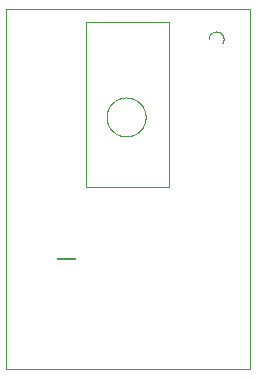
<source format=gbo>
G75*
%MOIN*%
%OFA0B0*%
%FSLAX25Y25*%
%IPPOS*%
%LPD*%
%AMOC8*
5,1,8,0,0,1.08239X$1,22.5*
%
%ADD10C,0.00000*%
%ADD11R,0.00100X0.00100*%
%ADD12R,0.10200X0.00100*%
%ADD13R,0.03500X0.00100*%
%ADD14R,0.02600X0.00100*%
%ADD15R,0.00300X0.00100*%
%ADD16R,0.10100X0.00100*%
%ADD17R,0.03400X0.00100*%
%ADD18R,0.10000X0.00100*%
%ADD19R,0.02500X0.00100*%
%ADD20R,0.00400X0.00100*%
%ADD21R,0.09900X0.00100*%
%ADD22R,0.09800X0.00100*%
%ADD23R,0.00600X0.00100*%
%ADD24R,0.09700X0.00100*%
%ADD25R,0.00800X0.00100*%
%ADD26R,0.09500X0.00100*%
%ADD27R,0.00900X0.00100*%
%ADD28R,0.00500X0.00100*%
%ADD29R,0.00700X0.00100*%
%ADD30R,0.01100X0.00100*%
%ADD31R,0.00200X0.00100*%
%ADD32R,0.01300X0.00100*%
%ADD33R,0.01500X0.00100*%
%ADD34R,0.01000X0.00100*%
%ADD35R,0.01600X0.00100*%
%ADD36R,0.01200X0.00100*%
%ADD37R,0.01400X0.00100*%
%ADD38R,0.01800X0.00100*%
%ADD39R,0.01700X0.00100*%
%ADD40R,0.02000X0.00100*%
%ADD41R,0.02100X0.00100*%
%ADD42R,0.02300X0.00100*%
%ADD43R,0.02400X0.00100*%
%ADD44R,0.02200X0.00100*%
%ADD45R,0.01900X0.00100*%
%ADD46R,0.05300X0.00100*%
%ADD47R,0.02800X0.00100*%
%ADD48R,0.05200X0.00100*%
%ADD49R,0.02900X0.00100*%
%ADD50R,0.05000X0.00100*%
%ADD51R,0.04800X0.00100*%
%ADD52R,0.04700X0.00100*%
%ADD53R,0.04000X0.00100*%
%ADD54R,0.04500X0.00100*%
%ADD55R,0.02700X0.00100*%
%ADD56R,0.04100X0.00100*%
%ADD57R,0.04300X0.00100*%
%ADD58R,0.03300X0.00100*%
%ADD59R,0.04200X0.00100*%
%ADD60R,0.03900X0.00100*%
%ADD61R,0.03800X0.00100*%
%ADD62R,0.03700X0.00100*%
%ADD63R,0.03600X0.00100*%
%ADD64R,0.03000X0.00100*%
%ADD65R,0.03100X0.00100*%
%ADD66R,0.03200X0.00100*%
%ADD67R,0.04400X0.00100*%
%ADD68R,0.04600X0.00100*%
%ADD69R,0.04900X0.00100*%
%ADD70R,0.05100X0.00100*%
%ADD71R,0.05400X0.00100*%
%ADD72R,0.05500X0.00100*%
%ADD73R,0.05600X0.00100*%
%ADD74R,0.05700X0.00100*%
%ADD75R,0.05800X0.00100*%
%ADD76R,0.05900X0.00100*%
%ADD77R,0.06000X0.00100*%
%ADD78R,0.06100X0.00100*%
%ADD79R,0.06200X0.00100*%
%ADD80R,0.06300X0.00100*%
%ADD81R,0.06400X0.00100*%
%ADD82R,0.06500X0.00100*%
%ADD83R,0.06600X0.00100*%
%ADD84R,0.06800X0.00100*%
%ADD85R,0.06900X0.00100*%
%ADD86R,0.07000X0.00100*%
%ADD87R,0.07100X0.00100*%
%ADD88R,0.07200X0.00100*%
%ADD89R,0.07300X0.00100*%
%ADD90R,0.07400X0.00100*%
%ADD91R,0.07500X0.00100*%
%ADD92R,0.07800X0.00100*%
%ADD93R,0.07900X0.00100*%
%ADD94R,0.08000X0.00100*%
%ADD95R,0.08100X0.00100*%
%ADD96R,0.08200X0.00100*%
%ADD97R,0.06700X0.00100*%
%ADD98R,0.08400X0.00100*%
%ADD99R,0.08500X0.00100*%
%ADD100R,0.07600X0.00100*%
%ADD101R,0.07700X0.00100*%
%ADD102R,0.09200X0.00100*%
%ADD103R,0.09400X0.00100*%
%ADD104R,0.09300X0.00100*%
%ADD105R,0.09600X0.00100*%
%ADD106C,0.00001*%
D10*
X0001800Y0001800D02*
X0001800Y0121761D01*
X0083001Y0121761D01*
X0083001Y0001800D01*
X0001800Y0001800D01*
X0018846Y0038533D02*
X0018846Y0038733D01*
X0018746Y0038733D01*
X0018712Y0038700D01*
X0018712Y0038633D01*
X0018746Y0038600D01*
X0018846Y0038600D01*
X0018896Y0038600D02*
X0018896Y0038700D01*
X0018930Y0038733D01*
X0018963Y0038700D01*
X0018963Y0038600D01*
X0019030Y0038600D02*
X0019030Y0038733D01*
X0018997Y0038733D01*
X0018963Y0038700D01*
X0019081Y0038700D02*
X0019114Y0038733D01*
X0019214Y0038733D01*
X0019214Y0038800D02*
X0019214Y0038600D01*
X0019114Y0038600D01*
X0019081Y0038633D01*
X0019081Y0038700D01*
X0019273Y0038633D02*
X0019273Y0038600D01*
X0019306Y0038600D01*
X0019306Y0038633D01*
X0019273Y0038633D01*
X0019357Y0038633D02*
X0019390Y0038600D01*
X0019490Y0038600D01*
X0019541Y0038600D02*
X0019541Y0038700D01*
X0019574Y0038733D01*
X0019608Y0038700D01*
X0019608Y0038600D01*
X0019674Y0038600D02*
X0019674Y0038733D01*
X0019641Y0038733D01*
X0019608Y0038700D01*
X0019725Y0038700D02*
X0019759Y0038733D01*
X0019859Y0038733D01*
X0019909Y0038700D02*
X0019943Y0038733D01*
X0020009Y0038733D01*
X0020043Y0038700D01*
X0020043Y0038633D01*
X0020009Y0038600D01*
X0019943Y0038600D01*
X0019909Y0038633D01*
X0019909Y0038700D01*
X0019859Y0038600D02*
X0019759Y0038600D01*
X0019725Y0038633D01*
X0019725Y0038700D01*
X0019859Y0038800D02*
X0019859Y0038600D01*
X0020093Y0038600D02*
X0020194Y0038600D01*
X0020227Y0038633D01*
X0020227Y0038700D01*
X0020194Y0038733D01*
X0020093Y0038733D01*
X0020093Y0038567D01*
X0020127Y0038533D01*
X0020160Y0038533D01*
X0020278Y0038633D02*
X0020278Y0038700D01*
X0020311Y0038733D01*
X0020378Y0038733D01*
X0020411Y0038700D01*
X0020411Y0038633D01*
X0020378Y0038600D01*
X0020311Y0038600D01*
X0020278Y0038633D01*
X0020467Y0038600D02*
X0020534Y0038600D01*
X0020500Y0038600D02*
X0020500Y0038800D01*
X0020534Y0038800D01*
X0020618Y0038733D02*
X0020718Y0038733D01*
X0020769Y0038733D02*
X0020869Y0038733D01*
X0020902Y0038700D01*
X0020902Y0038633D01*
X0020869Y0038600D01*
X0020769Y0038600D01*
X0020718Y0038600D02*
X0020618Y0038600D01*
X0020585Y0038633D01*
X0020585Y0038700D01*
X0020618Y0038733D01*
X0020718Y0038800D02*
X0020718Y0038600D01*
X0020953Y0038633D02*
X0020986Y0038600D01*
X0021086Y0038600D01*
X0021086Y0038533D02*
X0021086Y0038733D01*
X0020986Y0038733D01*
X0020953Y0038700D01*
X0020953Y0038633D01*
X0021137Y0038800D02*
X0021270Y0038600D01*
X0021321Y0038633D02*
X0021355Y0038600D01*
X0021455Y0038600D01*
X0021505Y0038633D02*
X0021505Y0038700D01*
X0021539Y0038733D01*
X0021605Y0038733D01*
X0021639Y0038700D01*
X0021639Y0038633D01*
X0021605Y0038600D01*
X0021539Y0038600D01*
X0021505Y0038633D01*
X0021455Y0038533D02*
X0021455Y0038733D01*
X0021355Y0038733D01*
X0021321Y0038700D01*
X0021321Y0038633D01*
X0021695Y0038600D02*
X0021728Y0038633D01*
X0021728Y0038767D01*
X0021761Y0038733D02*
X0021695Y0038733D01*
X0021815Y0038733D02*
X0021915Y0038667D01*
X0021815Y0038600D01*
X0021915Y0038600D02*
X0021915Y0038800D01*
X0021966Y0038733D02*
X0022066Y0038733D01*
X0022099Y0038700D01*
X0022066Y0038667D01*
X0021999Y0038667D01*
X0021966Y0038633D01*
X0021999Y0038600D01*
X0022099Y0038600D01*
X0022150Y0038667D02*
X0022283Y0038667D01*
X0022283Y0038700D02*
X0022250Y0038733D01*
X0022183Y0038733D01*
X0022150Y0038700D01*
X0022150Y0038667D01*
X0022183Y0038600D02*
X0022250Y0038600D01*
X0022283Y0038633D01*
X0022283Y0038700D01*
X0022334Y0038633D02*
X0022334Y0038767D01*
X0022367Y0038800D01*
X0022467Y0038800D01*
X0022467Y0038600D01*
X0022367Y0038600D01*
X0022334Y0038633D01*
X0022518Y0038800D02*
X0022652Y0038600D01*
X0022741Y0038600D02*
X0022741Y0038767D01*
X0022708Y0038800D01*
X0022708Y0038700D02*
X0022774Y0038700D01*
X0022830Y0038700D02*
X0022897Y0038700D01*
X0022948Y0038700D02*
X0022981Y0038733D01*
X0023048Y0038733D01*
X0023081Y0038700D01*
X0023081Y0038633D01*
X0023048Y0038600D01*
X0022981Y0038600D01*
X0022948Y0038633D01*
X0022948Y0038700D01*
X0022864Y0038767D02*
X0022830Y0038800D01*
X0022864Y0038767D02*
X0022864Y0038600D01*
X0023132Y0038633D02*
X0023165Y0038600D01*
X0023265Y0038600D01*
X0023265Y0038800D01*
X0023165Y0038800D01*
X0023132Y0038767D01*
X0023132Y0038733D01*
X0023165Y0038700D01*
X0023265Y0038700D01*
X0023165Y0038700D02*
X0023132Y0038667D01*
X0023132Y0038633D01*
X0023316Y0038800D02*
X0023450Y0038600D01*
X0023500Y0038633D02*
X0023534Y0038667D01*
X0023600Y0038667D01*
X0023634Y0038700D01*
X0023600Y0038733D01*
X0023500Y0038733D01*
X0023500Y0038633D02*
X0023534Y0038600D01*
X0023634Y0038600D01*
X0023687Y0038733D02*
X0023720Y0038733D01*
X0023787Y0038667D01*
X0023838Y0038667D02*
X0023971Y0038667D01*
X0023971Y0038700D02*
X0023938Y0038733D01*
X0023871Y0038733D01*
X0023838Y0038700D01*
X0023838Y0038667D01*
X0023871Y0038600D02*
X0023938Y0038600D01*
X0023971Y0038633D01*
X0023971Y0038700D01*
X0024022Y0038733D02*
X0024122Y0038733D01*
X0024155Y0038700D01*
X0024122Y0038667D01*
X0024055Y0038667D01*
X0024022Y0038633D01*
X0024055Y0038600D01*
X0024155Y0038600D01*
X0024206Y0038633D02*
X0024206Y0038800D01*
X0024340Y0038800D02*
X0024340Y0038633D01*
X0024306Y0038600D01*
X0024240Y0038600D01*
X0024206Y0038633D01*
X0024390Y0038800D02*
X0024524Y0038600D01*
X0024582Y0038600D02*
X0024616Y0038600D01*
X0024616Y0038633D01*
X0024582Y0038633D01*
X0024582Y0038600D01*
X0024667Y0038633D02*
X0024700Y0038600D01*
X0024767Y0038600D01*
X0024800Y0038633D01*
X0024800Y0038767D01*
X0024767Y0038800D01*
X0024700Y0038800D01*
X0024667Y0038767D01*
X0024616Y0038733D02*
X0024616Y0038700D01*
X0024582Y0038700D01*
X0024582Y0038733D01*
X0024616Y0038733D01*
X0023787Y0038733D02*
X0023787Y0038600D01*
X0019490Y0038533D02*
X0019490Y0038733D01*
X0019390Y0038733D01*
X0019357Y0038700D01*
X0019357Y0038633D01*
X0028414Y0062469D02*
X0028414Y0117587D01*
X0055973Y0117587D01*
X0055973Y0062469D01*
X0028414Y0062469D01*
X0035300Y0085800D02*
X0035302Y0085961D01*
X0035308Y0086121D01*
X0035318Y0086282D01*
X0035332Y0086442D01*
X0035350Y0086602D01*
X0035371Y0086761D01*
X0035397Y0086920D01*
X0035427Y0087078D01*
X0035460Y0087235D01*
X0035498Y0087392D01*
X0035539Y0087547D01*
X0035584Y0087701D01*
X0035633Y0087854D01*
X0035686Y0088006D01*
X0035742Y0088157D01*
X0035803Y0088306D01*
X0035866Y0088454D01*
X0035934Y0088600D01*
X0036005Y0088744D01*
X0036079Y0088886D01*
X0036157Y0089027D01*
X0036239Y0089165D01*
X0036324Y0089302D01*
X0036412Y0089436D01*
X0036504Y0089568D01*
X0036599Y0089698D01*
X0036697Y0089826D01*
X0036798Y0089951D01*
X0036902Y0090073D01*
X0037009Y0090193D01*
X0037119Y0090310D01*
X0037232Y0090425D01*
X0037348Y0090536D01*
X0037467Y0090645D01*
X0037588Y0090750D01*
X0037712Y0090853D01*
X0037838Y0090953D01*
X0037966Y0091049D01*
X0038097Y0091142D01*
X0038231Y0091232D01*
X0038366Y0091319D01*
X0038504Y0091402D01*
X0038643Y0091482D01*
X0038785Y0091558D01*
X0038928Y0091631D01*
X0039073Y0091700D01*
X0039220Y0091766D01*
X0039368Y0091828D01*
X0039518Y0091886D01*
X0039669Y0091941D01*
X0039822Y0091992D01*
X0039976Y0092039D01*
X0040131Y0092082D01*
X0040287Y0092121D01*
X0040443Y0092157D01*
X0040601Y0092188D01*
X0040759Y0092216D01*
X0040918Y0092240D01*
X0041078Y0092260D01*
X0041238Y0092276D01*
X0041398Y0092288D01*
X0041559Y0092296D01*
X0041720Y0092300D01*
X0041880Y0092300D01*
X0042041Y0092296D01*
X0042202Y0092288D01*
X0042362Y0092276D01*
X0042522Y0092260D01*
X0042682Y0092240D01*
X0042841Y0092216D01*
X0042999Y0092188D01*
X0043157Y0092157D01*
X0043313Y0092121D01*
X0043469Y0092082D01*
X0043624Y0092039D01*
X0043778Y0091992D01*
X0043931Y0091941D01*
X0044082Y0091886D01*
X0044232Y0091828D01*
X0044380Y0091766D01*
X0044527Y0091700D01*
X0044672Y0091631D01*
X0044815Y0091558D01*
X0044957Y0091482D01*
X0045096Y0091402D01*
X0045234Y0091319D01*
X0045369Y0091232D01*
X0045503Y0091142D01*
X0045634Y0091049D01*
X0045762Y0090953D01*
X0045888Y0090853D01*
X0046012Y0090750D01*
X0046133Y0090645D01*
X0046252Y0090536D01*
X0046368Y0090425D01*
X0046481Y0090310D01*
X0046591Y0090193D01*
X0046698Y0090073D01*
X0046802Y0089951D01*
X0046903Y0089826D01*
X0047001Y0089698D01*
X0047096Y0089568D01*
X0047188Y0089436D01*
X0047276Y0089302D01*
X0047361Y0089165D01*
X0047443Y0089027D01*
X0047521Y0088886D01*
X0047595Y0088744D01*
X0047666Y0088600D01*
X0047734Y0088454D01*
X0047797Y0088306D01*
X0047858Y0088157D01*
X0047914Y0088006D01*
X0047967Y0087854D01*
X0048016Y0087701D01*
X0048061Y0087547D01*
X0048102Y0087392D01*
X0048140Y0087235D01*
X0048173Y0087078D01*
X0048203Y0086920D01*
X0048229Y0086761D01*
X0048250Y0086602D01*
X0048268Y0086442D01*
X0048282Y0086282D01*
X0048292Y0086121D01*
X0048298Y0085961D01*
X0048300Y0085800D01*
X0048298Y0085639D01*
X0048292Y0085479D01*
X0048282Y0085318D01*
X0048268Y0085158D01*
X0048250Y0084998D01*
X0048229Y0084839D01*
X0048203Y0084680D01*
X0048173Y0084522D01*
X0048140Y0084365D01*
X0048102Y0084208D01*
X0048061Y0084053D01*
X0048016Y0083899D01*
X0047967Y0083746D01*
X0047914Y0083594D01*
X0047858Y0083443D01*
X0047797Y0083294D01*
X0047734Y0083146D01*
X0047666Y0083000D01*
X0047595Y0082856D01*
X0047521Y0082714D01*
X0047443Y0082573D01*
X0047361Y0082435D01*
X0047276Y0082298D01*
X0047188Y0082164D01*
X0047096Y0082032D01*
X0047001Y0081902D01*
X0046903Y0081774D01*
X0046802Y0081649D01*
X0046698Y0081527D01*
X0046591Y0081407D01*
X0046481Y0081290D01*
X0046368Y0081175D01*
X0046252Y0081064D01*
X0046133Y0080955D01*
X0046012Y0080850D01*
X0045888Y0080747D01*
X0045762Y0080647D01*
X0045634Y0080551D01*
X0045503Y0080458D01*
X0045369Y0080368D01*
X0045234Y0080281D01*
X0045096Y0080198D01*
X0044957Y0080118D01*
X0044815Y0080042D01*
X0044672Y0079969D01*
X0044527Y0079900D01*
X0044380Y0079834D01*
X0044232Y0079772D01*
X0044082Y0079714D01*
X0043931Y0079659D01*
X0043778Y0079608D01*
X0043624Y0079561D01*
X0043469Y0079518D01*
X0043313Y0079479D01*
X0043157Y0079443D01*
X0042999Y0079412D01*
X0042841Y0079384D01*
X0042682Y0079360D01*
X0042522Y0079340D01*
X0042362Y0079324D01*
X0042202Y0079312D01*
X0042041Y0079304D01*
X0041880Y0079300D01*
X0041720Y0079300D01*
X0041559Y0079304D01*
X0041398Y0079312D01*
X0041238Y0079324D01*
X0041078Y0079340D01*
X0040918Y0079360D01*
X0040759Y0079384D01*
X0040601Y0079412D01*
X0040443Y0079443D01*
X0040287Y0079479D01*
X0040131Y0079518D01*
X0039976Y0079561D01*
X0039822Y0079608D01*
X0039669Y0079659D01*
X0039518Y0079714D01*
X0039368Y0079772D01*
X0039220Y0079834D01*
X0039073Y0079900D01*
X0038928Y0079969D01*
X0038785Y0080042D01*
X0038643Y0080118D01*
X0038504Y0080198D01*
X0038366Y0080281D01*
X0038231Y0080368D01*
X0038097Y0080458D01*
X0037966Y0080551D01*
X0037838Y0080647D01*
X0037712Y0080747D01*
X0037588Y0080850D01*
X0037467Y0080955D01*
X0037348Y0081064D01*
X0037232Y0081175D01*
X0037119Y0081290D01*
X0037009Y0081407D01*
X0036902Y0081527D01*
X0036798Y0081649D01*
X0036697Y0081774D01*
X0036599Y0081902D01*
X0036504Y0082032D01*
X0036412Y0082164D01*
X0036324Y0082298D01*
X0036239Y0082435D01*
X0036157Y0082573D01*
X0036079Y0082714D01*
X0036005Y0082856D01*
X0035934Y0083000D01*
X0035866Y0083146D01*
X0035803Y0083294D01*
X0035742Y0083443D01*
X0035686Y0083594D01*
X0035633Y0083746D01*
X0035584Y0083899D01*
X0035539Y0084053D01*
X0035498Y0084208D01*
X0035460Y0084365D01*
X0035427Y0084522D01*
X0035397Y0084680D01*
X0035371Y0084839D01*
X0035350Y0084998D01*
X0035332Y0085158D01*
X0035318Y0085318D01*
X0035308Y0085479D01*
X0035302Y0085639D01*
X0035300Y0085800D01*
X0069300Y0111800D02*
X0069302Y0111899D01*
X0069308Y0111999D01*
X0069318Y0112098D01*
X0069332Y0112196D01*
X0069349Y0112294D01*
X0069371Y0112391D01*
X0069396Y0112487D01*
X0069425Y0112582D01*
X0069458Y0112676D01*
X0069495Y0112768D01*
X0069535Y0112859D01*
X0069579Y0112948D01*
X0069627Y0113036D01*
X0069678Y0113121D01*
X0069732Y0113204D01*
X0069789Y0113286D01*
X0069850Y0113364D01*
X0069914Y0113441D01*
X0069980Y0113514D01*
X0070050Y0113585D01*
X0070122Y0113653D01*
X0070197Y0113719D01*
X0070275Y0113781D01*
X0070355Y0113840D01*
X0070437Y0113896D01*
X0070521Y0113948D01*
X0070608Y0113997D01*
X0070696Y0114043D01*
X0070786Y0114085D01*
X0070878Y0114124D01*
X0070971Y0114159D01*
X0071065Y0114190D01*
X0071161Y0114217D01*
X0071258Y0114240D01*
X0071355Y0114260D01*
X0071453Y0114276D01*
X0071552Y0114288D01*
X0071651Y0114296D01*
X0071750Y0114300D01*
X0071850Y0114300D01*
X0071949Y0114296D01*
X0072048Y0114288D01*
X0072147Y0114276D01*
X0072245Y0114260D01*
X0072342Y0114240D01*
X0072439Y0114217D01*
X0072535Y0114190D01*
X0072629Y0114159D01*
X0072722Y0114124D01*
X0072814Y0114085D01*
X0072904Y0114043D01*
X0072992Y0113997D01*
X0073079Y0113948D01*
X0073163Y0113896D01*
X0073245Y0113840D01*
X0073325Y0113781D01*
X0073403Y0113719D01*
X0073478Y0113653D01*
X0073550Y0113585D01*
X0073620Y0113514D01*
X0073686Y0113441D01*
X0073750Y0113364D01*
X0073811Y0113286D01*
X0073868Y0113204D01*
X0073922Y0113121D01*
X0073973Y0113036D01*
X0074021Y0112948D01*
X0074065Y0112859D01*
X0074105Y0112768D01*
X0074142Y0112676D01*
X0074175Y0112582D01*
X0074204Y0112487D01*
X0074229Y0112391D01*
X0074251Y0112294D01*
X0074268Y0112196D01*
X0074282Y0112098D01*
X0074292Y0111999D01*
X0074298Y0111899D01*
X0074300Y0111800D01*
X0074298Y0111701D01*
X0074292Y0111601D01*
X0074282Y0111502D01*
X0074268Y0111404D01*
X0074251Y0111306D01*
X0074229Y0111209D01*
X0074204Y0111113D01*
X0074175Y0111018D01*
X0074142Y0110924D01*
X0074105Y0110832D01*
X0074065Y0110741D01*
X0074021Y0110652D01*
X0073973Y0110564D01*
X0073922Y0110479D01*
X0073868Y0110396D01*
X007381
</source>
